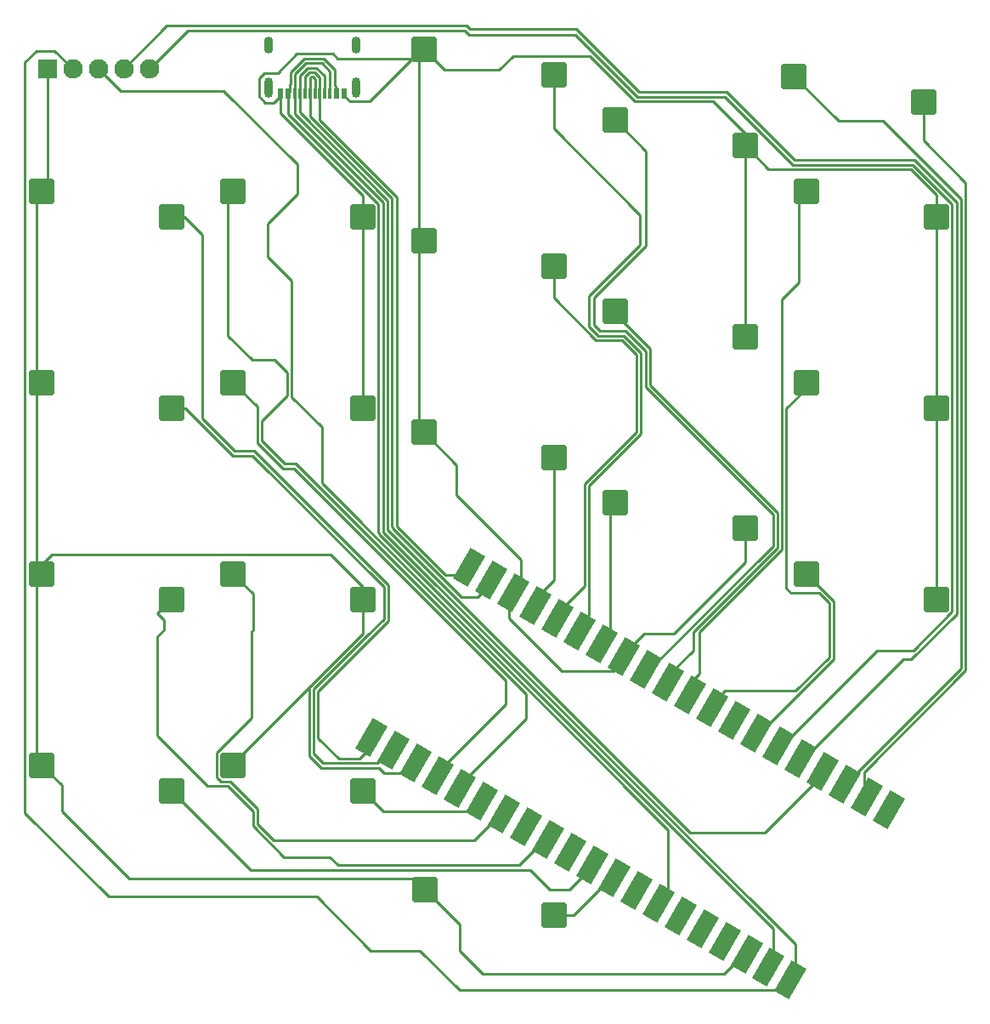
<source format=gbr>
%TF.GenerationSoftware,KiCad,Pcbnew,7.0.9-7.0.9~ubuntu22.04.1*%
%TF.CreationDate,2023-12-08T17:36:04+03:00*%
%TF.ProjectId,Keeb,4b656562-2e6b-4696-9361-645f70636258,rev?*%
%TF.SameCoordinates,Original*%
%TF.FileFunction,Copper,L1,Top*%
%TF.FilePolarity,Positive*%
%FSLAX46Y46*%
G04 Gerber Fmt 4.6, Leading zero omitted, Abs format (unit mm)*
G04 Created by KiCad (PCBNEW 7.0.9-7.0.9~ubuntu22.04.1) date 2023-12-08 17:36:04*
%MOMM*%
%LPD*%
G01*
G04 APERTURE LIST*
G04 Aperture macros list*
%AMRoundRect*
0 Rectangle with rounded corners*
0 $1 Rounding radius*
0 $2 $3 $4 $5 $6 $7 $8 $9 X,Y pos of 4 corners*
0 Add a 4 corners polygon primitive as box body*
4,1,4,$2,$3,$4,$5,$6,$7,$8,$9,$2,$3,0*
0 Add four circle primitives for the rounded corners*
1,1,$1+$1,$2,$3*
1,1,$1+$1,$4,$5*
1,1,$1+$1,$6,$7*
1,1,$1+$1,$8,$9*
0 Add four rect primitives between the rounded corners*
20,1,$1+$1,$2,$3,$4,$5,0*
20,1,$1+$1,$4,$5,$6,$7,0*
20,1,$1+$1,$6,$7,$8,$9,0*
20,1,$1+$1,$8,$9,$2,$3,0*%
%AMRotRect*
0 Rectangle, with rotation*
0 The origin of the aperture is its center*
0 $1 length*
0 $2 width*
0 $3 Rotation angle, in degrees counterclockwise*
0 Add horizontal line*
21,1,$1,$2,0,0,$3*%
G04 Aperture macros list end*
%TA.AperFunction,SMDPad,CuDef*%
%ADD10RotRect,3.500000X1.700000X240.000000*%
%TD*%
%TA.AperFunction,ComponentPad*%
%ADD11C,1.930400*%
%TD*%
%TA.AperFunction,ComponentPad*%
%ADD12R,1.930400X1.930400*%
%TD*%
%TA.AperFunction,SMDPad,CuDef*%
%ADD13R,0.600000X1.140000*%
%TD*%
%TA.AperFunction,SMDPad,CuDef*%
%ADD14R,0.300000X1.140000*%
%TD*%
%TA.AperFunction,ComponentPad*%
%ADD15O,0.900000X2.000000*%
%TD*%
%TA.AperFunction,ComponentPad*%
%ADD16O,0.900000X1.700000*%
%TD*%
%TA.AperFunction,SMDPad,CuDef*%
%ADD17RoundRect,0.250000X1.025000X1.000000X-1.025000X1.000000X-1.025000X-1.000000X1.025000X-1.000000X0*%
%TD*%
%TA.AperFunction,SMDPad,CuDef*%
%ADD18RoundRect,0.250000X-1.025000X-1.000000X1.025000X-1.000000X1.025000X1.000000X-1.025000X1.000000X0*%
%TD*%
%TA.AperFunction,Conductor*%
%ADD19C,0.250000*%
%TD*%
G04 APERTURE END LIST*
D10*
%TO.P,U1,1,GPIO0*%
%TO.N,0*%
X190714140Y-112121499D03*
%TO.P,U1,2,GPIO1*%
%TO.N,1*%
X188514435Y-110851499D03*
%TO.P,U1,3,GND*%
%TO.N,GND*%
X186314731Y-109581499D03*
%TO.P,U1,4,GPIO2*%
%TO.N,2*%
X184115026Y-108311499D03*
%TO.P,U1,5,GPIO3*%
%TO.N,3*%
X181915322Y-107041499D03*
%TO.P,U1,6,GPIO4*%
%TO.N,4*%
X179715617Y-105771499D03*
%TO.P,U1,7,GPIO5*%
%TO.N,5*%
X177515913Y-104501499D03*
%TO.P,U1,8,GND*%
%TO.N,unconnected-(U1-GND-Pad8)*%
X175316208Y-103231499D03*
%TO.P,U1,9,GPIO6*%
%TO.N,6*%
X173116504Y-101961499D03*
%TO.P,U1,10,GPIO7*%
%TO.N,7*%
X170916799Y-100691499D03*
%TO.P,U1,11,GPIO8*%
%TO.N,8*%
X168717095Y-99421499D03*
%TO.P,U1,12,GPIO9*%
%TO.N,9*%
X166517390Y-98151499D03*
%TO.P,U1,13,GND*%
%TO.N,GND*%
X164317686Y-96881499D03*
%TO.P,U1,14,GPIO10*%
%TO.N,10*%
X162117981Y-95611499D03*
%TO.P,U1,15,GPIO11*%
%TO.N,11*%
X159918277Y-94341499D03*
%TO.P,U1,16,GPIO12*%
%TO.N,12*%
X157718572Y-93071499D03*
%TO.P,U1,17,GPIO13*%
%TO.N,13*%
X155518868Y-91801499D03*
%TO.P,U1,18,GND*%
%TO.N,GND*%
X153319163Y-90531499D03*
%TO.P,U1,19,GPIO14*%
%TO.N,14*%
X151119459Y-89261499D03*
%TO.P,U1,20,GPIO15*%
%TO.N,15*%
X148919754Y-87991499D03*
%TO.P,U1,21,GPIO16*%
%TO.N,16*%
X139129754Y-104948277D03*
%TO.P,U1,22,GPIO17*%
%TO.N,17*%
X141329459Y-106218277D03*
%TO.P,U1,23,GND*%
%TO.N,GND*%
X143529163Y-107488277D03*
%TO.P,U1,24,GPIO18*%
%TO.N,18*%
X145728868Y-108758277D03*
%TO.P,U1,25,GPIO19*%
%TO.N,19*%
X147928572Y-110028277D03*
%TO.P,U1,26,GPIO20*%
%TO.N,20*%
X150128277Y-111298277D03*
%TO.P,U1,27,GPIO21*%
%TO.N,21*%
X152327981Y-112568277D03*
%TO.P,U1,28,GND*%
%TO.N,GND*%
X154527686Y-113838277D03*
%TO.P,U1,29,GPIO22*%
%TO.N,22*%
X156727390Y-115108277D03*
%TO.P,U1,30,RUN*%
%TO.N,unconnected-(U1-RUN-Pad30)*%
X158927095Y-116378277D03*
%TO.P,U1,31,GPIO26_ADC0*%
%TO.N,26*%
X161126799Y-117648277D03*
%TO.P,U1,32,GPIO27_ADC1*%
%TO.N,27*%
X163326504Y-118918277D03*
%TO.P,U1,33,AGND*%
%TO.N,unconnected-(U1-AGND-Pad33)*%
X165526208Y-120188277D03*
%TO.P,U1,34,GPIO28_ADC2*%
%TO.N,28*%
X167725913Y-121458277D03*
%TO.P,U1,35,ADC_VREF*%
%TO.N,unconnected-(U1-ADC_VREF-Pad35)*%
X169925617Y-122728277D03*
%TO.P,U1,36,3V3*%
%TO.N,unconnected-(U1-3V3-Pad36)*%
X172125322Y-123998277D03*
%TO.P,U1,37,3V3_EN*%
%TO.N,unconnected-(U1-3V3_EN-Pad37)*%
X174325026Y-125268277D03*
%TO.P,U1,38,GND*%
%TO.N,GND*%
X176524731Y-126538277D03*
%TO.P,U1,39,VSYS*%
%TO.N,VSYS*%
X178724435Y-127808277D03*
%TO.P,U1,40,VBUS*%
%TO.N,3v3*%
X180924140Y-129078277D03*
%TD*%
D11*
%TO.P,U2,CLK,CLK*%
%TO.N,4*%
X117030000Y-38372944D03*
%TO.P,U2,DT,DT*%
%TO.N,3*%
X114490000Y-38372944D03*
D12*
%TO.P,U2,GND,GND*%
%TO.N,GND*%
X106870000Y-38372944D03*
D11*
%TO.P,U2,SW,SW*%
%TO.N,28*%
X111950000Y-38372944D03*
%TO.P,U2,VCC,VCC*%
%TO.N,3v3*%
X109410000Y-38372944D03*
%TD*%
D13*
%TO.P,J1,A1_B12,GND*%
%TO.N,GND*%
X136465000Y-40790000D03*
%TO.P,J1,A4_B9,VBUS*%
%TO.N,VSYS*%
X135665000Y-40790000D03*
D14*
%TO.P,J1,A5,CC1*%
%TO.N,2*%
X134515000Y-40790000D03*
%TO.P,J1,A6,DP1*%
%TO.N,14*%
X133515000Y-40790000D03*
%TO.P,J1,A7,DN1*%
X133015000Y-40790000D03*
%TO.P,J1,A8,SBU1*%
%TO.N,2*%
X132015000Y-40790000D03*
D13*
%TO.P,J1,B1_A12,GND*%
%TO.N,GND*%
X130065000Y-40790000D03*
%TO.P,J1,B4_A9,VBUS*%
%TO.N,VSYS*%
X130865000Y-40790000D03*
D14*
%TO.P,J1,B5,CC2*%
%TO.N,3v3*%
X131515000Y-40790000D03*
%TO.P,J1,B6,DP2*%
%TO.N,15*%
X132515000Y-40790000D03*
%TO.P,J1,B7,DN2*%
X134015000Y-40790000D03*
%TO.P,J1,B8,SBU2*%
%TO.N,3v3*%
X135015000Y-40790000D03*
D15*
%TO.P,J1,S1,SHIELD*%
%TO.N,Net-(J1-SHIELD-PadS1)*%
X137590000Y-40210000D03*
%TO.P,J1,S2,SHIELD*%
X128940000Y-40210000D03*
D16*
%TO.P,J1,S3,SHIELD*%
X137590000Y-36040000D03*
%TO.P,J1,S4,SHIELD*%
X128940000Y-36040000D03*
%TD*%
D17*
%TO.P,SW3,1*%
%TO.N,GND*%
X195410000Y-53077944D03*
%TO.P,SW3,2*%
%TO.N,7*%
X182483000Y-50537944D03*
%TD*%
%TO.P,SW4,1*%
%TO.N,GND*%
X195410000Y-72127944D03*
%TO.P,SW4,2*%
%TO.N,6*%
X182483000Y-69587944D03*
%TD*%
%TO.P,SW5,1*%
%TO.N,GND*%
X195410000Y-91177944D03*
%TO.P,SW5,2*%
%TO.N,5*%
X182483000Y-88637944D03*
%TD*%
%TO.P,SW6,1*%
%TO.N,GND*%
X176360000Y-46027944D03*
%TO.P,SW6,2*%
%TO.N,9*%
X163433000Y-43487944D03*
%TD*%
%TO.P,SW7,1*%
%TO.N,GND*%
X176360000Y-65077944D03*
%TO.P,SW7,2*%
%TO.N,8*%
X163433000Y-62537944D03*
%TD*%
%TO.P,SW8,1*%
%TO.N,GND*%
X176360000Y-84127944D03*
%TO.P,SW8,2*%
%TO.N,10*%
X163433000Y-81587944D03*
%TD*%
%TO.P,SW9,1*%
%TO.N,11*%
X157310000Y-38977944D03*
%TO.P,SW9,2*%
%TO.N,GND*%
X144383000Y-36437944D03*
%TD*%
%TO.P,SW10,1*%
%TO.N,12*%
X157310000Y-58027944D03*
%TO.P,SW10,2*%
%TO.N,GND*%
X144383000Y-55487944D03*
%TD*%
%TO.P,SW11,1*%
%TO.N,13*%
X157310000Y-77077944D03*
%TO.P,SW11,2*%
%TO.N,GND*%
X144383000Y-74537944D03*
%TD*%
%TO.P,SW13,1*%
%TO.N,GND*%
X138260000Y-53077944D03*
%TO.P,SW13,2*%
%TO.N,19*%
X125333000Y-50537944D03*
%TD*%
%TO.P,SW14,1*%
%TO.N,GND*%
X138260000Y-72127944D03*
%TO.P,SW14,2*%
%TO.N,18*%
X125333000Y-69587944D03*
%TD*%
%TO.P,SW15,1*%
%TO.N,GND*%
X138260000Y-91177944D03*
%TO.P,SW15,2*%
%TO.N,21*%
X125333000Y-88637944D03*
%TD*%
%TO.P,SW16,1*%
%TO.N,20*%
X138260000Y-110227944D03*
%TO.P,SW16,2*%
%TO.N,GND*%
X125333000Y-107687944D03*
%TD*%
%TO.P,SW17,1*%
%TO.N,16*%
X119210000Y-53077944D03*
%TO.P,SW17,2*%
%TO.N,GND*%
X106283000Y-50537944D03*
%TD*%
%TO.P,SW18,1*%
%TO.N,17*%
X119210000Y-72127944D03*
%TO.P,SW18,2*%
%TO.N,GND*%
X106283000Y-69587944D03*
%TD*%
%TO.P,SW19,1*%
%TO.N,22*%
X119210000Y-91177944D03*
%TO.P,SW19,2*%
%TO.N,GND*%
X106283000Y-88637944D03*
%TD*%
%TO.P,SW20,1*%
%TO.N,26*%
X119210000Y-110227944D03*
%TO.P,SW20,2*%
%TO.N,GND*%
X106283000Y-107687944D03*
%TD*%
D18*
%TO.P,SW2,1*%
%TO.N,GND*%
X181240000Y-39107944D03*
%TO.P,SW2,2*%
%TO.N,1*%
X194167000Y-41647944D03*
%TD*%
D17*
%TO.P,SW1,1*%
%TO.N,27*%
X157385000Y-122632944D03*
%TO.P,SW1,2*%
%TO.N,GND*%
X144458000Y-120092944D03*
%TD*%
D19*
%TO.N,9*%
X179150000Y-82759340D02*
X179150000Y-85848312D01*
X166490000Y-46544944D02*
X166490000Y-55982944D01*
X166450000Y-66449340D02*
X166450000Y-70059340D01*
X161310000Y-61162944D02*
X161310000Y-63872944D01*
X164473604Y-64472944D02*
X166450000Y-66449340D01*
X161310000Y-63872944D02*
X161910000Y-64472944D01*
X179150000Y-85848312D02*
X166067390Y-98930922D01*
X163433000Y-43487944D02*
X166490000Y-46544944D01*
X166450000Y-70059340D02*
X179150000Y-82759340D01*
X166490000Y-55982944D02*
X161310000Y-61162944D01*
X161910000Y-64472944D02*
X164473604Y-64472944D01*
%TO.N,10*%
X162945000Y-95113903D02*
X161667981Y-96390922D01*
X163433000Y-81587944D02*
X162945000Y-82075944D01*
X162945000Y-82075944D02*
X162945000Y-95113903D01*
%TO.N,11*%
X157310000Y-44322944D02*
X165910000Y-52922944D01*
X165910000Y-52922944D02*
X165910000Y-55926548D01*
X165910000Y-55926548D02*
X160860000Y-60976548D01*
X159468277Y-94134667D02*
X159468277Y-95120922D01*
X165990000Y-66625736D02*
X165990000Y-74722944D01*
X161723604Y-64922944D02*
X164287208Y-64922944D01*
X160850000Y-79862944D02*
X160850000Y-92752944D01*
X164287208Y-64922944D02*
X165990000Y-66625736D01*
X165990000Y-74722944D02*
X160850000Y-79862944D01*
X160850000Y-92752944D02*
X159468277Y-94134667D01*
X160860000Y-64059340D02*
X161723604Y-64922944D01*
X157310000Y-38977944D02*
X157310000Y-44322944D01*
X160860000Y-60976548D02*
X160860000Y-64059340D01*
%TO.N,13*%
X157310000Y-77077944D02*
X157310000Y-89272944D01*
X157310000Y-89272944D02*
X155068868Y-91514076D01*
X155068868Y-91514076D02*
X155068868Y-92580922D01*
%TO.N,16*%
X140840000Y-89786548D02*
X140840000Y-93305736D01*
X139579754Y-105453190D02*
X139579754Y-104168854D01*
X122270000Y-54862944D02*
X122270000Y-73142944D01*
X120485000Y-53077944D02*
X122270000Y-54862944D01*
X137990000Y-107042944D02*
X139579754Y-105453190D01*
X119210000Y-53077944D02*
X120485000Y-53077944D01*
X122270000Y-73142944D02*
X125530000Y-76402944D01*
X133840000Y-104975836D02*
X135907108Y-107042944D01*
X127456396Y-76402944D02*
X140840000Y-89786548D01*
X125530000Y-76402944D02*
X127456396Y-76402944D01*
X140840000Y-93305736D02*
X133840000Y-100305736D01*
X135907108Y-107042944D02*
X137990000Y-107042944D01*
X133840000Y-100305736D02*
X133840000Y-104975836D01*
%TO.N,17*%
X140390000Y-93112944D02*
X138710000Y-94792944D01*
X133390000Y-100119340D02*
X133390000Y-106553604D01*
X140390000Y-89972944D02*
X140390000Y-93112944D01*
X127270000Y-76852944D02*
X140390000Y-89972944D01*
X120618604Y-72127944D02*
X125343604Y-76852944D01*
X139725369Y-107492944D02*
X141779459Y-105438854D01*
X133390000Y-106553604D02*
X134329340Y-107492944D01*
X125343604Y-76852944D02*
X127270000Y-76852944D01*
X138710000Y-94799340D02*
X133390000Y-100119340D01*
X119210000Y-72127944D02*
X120618604Y-72127944D01*
X134329340Y-107492944D02*
X139725369Y-107492944D01*
X138710000Y-94792944D02*
X138710000Y-94799340D01*
%TO.N,18*%
X127770000Y-72024944D02*
X125333000Y-69587944D01*
X146178868Y-107978854D02*
X152550000Y-101607722D01*
X130323604Y-78142944D02*
X127770000Y-75589340D01*
X152550000Y-99237803D02*
X131455141Y-78142944D01*
X127770000Y-75589340D02*
X127770000Y-72024944D01*
X131455141Y-78142944D02*
X130323604Y-78142944D01*
X152550000Y-101607722D02*
X152550000Y-99237803D01*
%TO.N,19*%
X130740000Y-68612944D02*
X130740000Y-70890000D01*
X124845000Y-51025944D02*
X124845000Y-64937944D01*
X131641537Y-77692944D02*
X154540000Y-100591407D01*
X125333000Y-50537944D02*
X124845000Y-51025944D01*
X124845000Y-64937944D02*
X127270000Y-67362944D01*
X129490000Y-67362944D02*
X130740000Y-68612944D01*
X128220000Y-75402944D02*
X130510000Y-77692944D01*
X154540000Y-100591407D02*
X154540000Y-103087426D01*
X154540000Y-103087426D02*
X148378572Y-109248854D01*
X130740000Y-70890000D02*
X128220000Y-73410000D01*
X127270000Y-67362944D02*
X129490000Y-67362944D01*
X130510000Y-77692944D02*
X131641537Y-77692944D01*
X128220000Y-73410000D02*
X128220000Y-75402944D01*
%TO.N,20*%
X148803310Y-112293821D02*
X150578277Y-110518854D01*
X138260000Y-110227944D02*
X140325877Y-112293821D01*
X140325877Y-112293821D02*
X148803310Y-112293821D01*
%TO.N,27*%
X159282414Y-122632944D02*
X163776504Y-118138854D01*
X157385000Y-122632944D02*
X159282414Y-122632944D01*
%TO.N,28*%
X134197994Y-74027944D02*
X131190000Y-71019950D01*
X134197994Y-79613005D02*
X134197994Y-74027944D01*
X114170000Y-40592944D02*
X111950000Y-38372944D01*
X168175913Y-120678854D02*
X168710000Y-120144767D01*
X168710000Y-114125011D02*
X134197994Y-79613005D01*
X131740000Y-50832944D02*
X131740000Y-47892944D01*
X131740000Y-47892944D02*
X124440000Y-40592944D01*
X131190000Y-71019950D02*
X131190000Y-59432944D01*
X128800000Y-57042944D02*
X128800000Y-53772944D01*
X124440000Y-40592944D02*
X114170000Y-40592944D01*
X168710000Y-120144767D02*
X168710000Y-114125011D01*
X131190000Y-59432944D02*
X128800000Y-57042944D01*
X128800000Y-53772944D02*
X131740000Y-50832944D01*
%TO.N,21*%
X127220000Y-94360711D02*
X127220000Y-102955844D01*
X125333000Y-88637944D02*
X127345000Y-90649944D01*
X127345000Y-90649944D02*
X127345000Y-94235711D01*
X123733000Y-108933044D02*
X124127900Y-109327944D01*
X125059163Y-109327944D02*
X127795000Y-112063781D01*
X149373891Y-115192944D02*
X152777981Y-111788854D01*
X123733000Y-106442844D02*
X123733000Y-108933044D01*
X127795000Y-112063781D02*
X127795000Y-113555152D01*
X127795000Y-113555152D02*
X129432792Y-115192944D01*
X127345000Y-94235711D02*
X127220000Y-94360711D01*
X129432792Y-115192944D02*
X149373891Y-115192944D01*
X124127900Y-109327944D02*
X125059163Y-109327944D01*
X127220000Y-102955844D02*
X123733000Y-106442844D01*
%TO.N,22*%
X122831396Y-109777944D02*
X117820000Y-104766548D01*
X118455000Y-94235711D02*
X118455000Y-93200177D01*
X117821384Y-92566560D02*
X119210000Y-91177944D01*
X130436396Y-116832944D02*
X127345000Y-113741548D01*
X153883300Y-117622944D02*
X135816396Y-117622944D01*
X135816396Y-117622944D02*
X135026396Y-116832944D01*
X127345000Y-112250177D02*
X124872767Y-109777944D01*
X118455000Y-93200177D02*
X117821384Y-92566560D01*
X124872767Y-109777944D02*
X122831396Y-109777944D01*
X135026396Y-116832944D02*
X130436396Y-116832944D01*
X117820000Y-104766548D02*
X117820000Y-94870711D01*
X127345000Y-113741548D02*
X127345000Y-112250177D01*
X157177390Y-114328854D02*
X153883300Y-117622944D01*
X117820000Y-94870711D02*
X118455000Y-94235711D01*
%TO.N,26*%
X161576799Y-117366145D02*
X161576799Y-116868854D01*
X119210000Y-110227944D02*
X127085000Y-118102944D01*
X158900000Y-120042944D02*
X161576799Y-117366145D01*
X155010000Y-118102944D02*
X156950000Y-120042944D01*
X156950000Y-120042944D02*
X158900000Y-120042944D01*
X127085000Y-118102944D02*
X155010000Y-118102944D01*
%TO.N,GND*%
X144383000Y-55487944D02*
X143895000Y-55975944D01*
X151882994Y-38442944D02*
X146388000Y-38442944D01*
X107285000Y-86737944D02*
X106283000Y-87739944D01*
X144383000Y-74537944D02*
X147640000Y-77794944D01*
X178695000Y-48362944D02*
X176360000Y-46027944D01*
X150251243Y-128482944D02*
X174250641Y-128482944D01*
X143895000Y-36925944D02*
X144383000Y-36437944D01*
X173175000Y-41592944D02*
X167527006Y-41592944D01*
X147925000Y-126156701D02*
X150251243Y-128482944D01*
X139000000Y-41610000D02*
X144172056Y-36437944D01*
X195410000Y-53077944D02*
X195410000Y-50872944D01*
X140433717Y-108483821D02*
X142204196Y-108483821D01*
X130065000Y-40790000D02*
X130065000Y-41060000D01*
X127930000Y-39310000D02*
X128470000Y-38770000D01*
X167527006Y-41592944D02*
X167522006Y-41587944D01*
X106860000Y-49960944D02*
X106283000Y-50537944D01*
X138260000Y-53077944D02*
X138260000Y-72127944D01*
X197910000Y-98060792D02*
X185864731Y-110106061D01*
X136465000Y-40790000D02*
X136465000Y-41060000D01*
X106283000Y-107687944D02*
X105795000Y-107199944D01*
X138260000Y-89902944D02*
X135095000Y-86737944D01*
X185864731Y-110106061D02*
X185864731Y-110360922D01*
X158120221Y-98283165D02*
X163245443Y-98283165D01*
X135782944Y-37332944D02*
X143488000Y-37332944D01*
X139922840Y-107972944D02*
X140433717Y-108483821D01*
X138260000Y-94612944D02*
X132940000Y-99932944D01*
X147925000Y-123559944D02*
X147925000Y-126156701D01*
X176360000Y-87502944D02*
X169280000Y-94582944D01*
X143488000Y-37332944D02*
X144383000Y-36437944D01*
X135320000Y-36870000D02*
X135782944Y-37332944D01*
X105795000Y-70075944D02*
X105795000Y-88149944D01*
X134172944Y-107972944D02*
X139922840Y-107972944D01*
X176360000Y-44777944D02*
X173175000Y-41592944D01*
X106283000Y-69587944D02*
X105795000Y-70075944D01*
X195410000Y-91177944D02*
X195410000Y-72127944D01*
X147640000Y-80822944D02*
X154060000Y-87242944D01*
X115011243Y-119012944D02*
X108295000Y-112296701D01*
X160922208Y-37077944D02*
X153247994Y-37077944D01*
X165942994Y-41592944D02*
X165487208Y-41592944D01*
X105795000Y-89125944D02*
X106283000Y-88637944D01*
X129365000Y-41760000D02*
X128597056Y-41760000D01*
X176360000Y-46027944D02*
X176360000Y-65077944D01*
X143378000Y-119012944D02*
X115011243Y-119012944D01*
X128597056Y-41760000D02*
X127930000Y-41092944D01*
X144458000Y-120092944D02*
X143378000Y-119012944D01*
X197910000Y-51304110D02*
X197910000Y-98060792D01*
X192900000Y-48362944D02*
X178695000Y-48362944D01*
X132940000Y-99932944D02*
X132940000Y-106740000D01*
X142204196Y-108483821D02*
X143979163Y-106708854D01*
X181240000Y-39107944D02*
X185680000Y-43547944D01*
X105795000Y-51025944D02*
X105795000Y-69099944D01*
X176360000Y-46027944D02*
X176360000Y-44777944D01*
X165947994Y-41587944D02*
X165942994Y-41592944D01*
X130065000Y-42757944D02*
X130065000Y-40790000D01*
X106283000Y-87739944D02*
X106283000Y-88637944D01*
X131730000Y-36870000D02*
X135320000Y-36870000D01*
X144383000Y-55487944D02*
X143895000Y-54999944D01*
X152869163Y-93032107D02*
X158120221Y-98283165D01*
X136465000Y-41060000D02*
X137015000Y-41610000D01*
X105795000Y-107199944D02*
X105795000Y-89125944D01*
X105795000Y-69099944D02*
X106283000Y-69587944D01*
X190153834Y-43547944D02*
X197910000Y-51304110D01*
X125333000Y-107687944D02*
X125333000Y-107539944D01*
X154060000Y-90120085D02*
X152869163Y-91310922D01*
X167522006Y-41587944D02*
X165947994Y-41587944D01*
X185680000Y-43547944D02*
X190153834Y-43547944D01*
X153247994Y-37077944D02*
X151882994Y-38442944D01*
X143895000Y-55975944D02*
X143895000Y-74049944D01*
X144172056Y-36437944D02*
X144383000Y-36437944D01*
X169280000Y-94582944D02*
X166300000Y-94582944D01*
X125333000Y-107539944D02*
X132940000Y-99932944D01*
X127930000Y-41092944D02*
X127930000Y-39310000D01*
X176360000Y-84127944D02*
X176360000Y-87502944D01*
X147640000Y-77794944D02*
X147640000Y-80822944D01*
X108295000Y-112296701D02*
X108295000Y-109699944D01*
X143895000Y-74049944D02*
X144383000Y-74537944D01*
X128470000Y-38770000D02*
X129830000Y-38770000D01*
X166300000Y-94582944D02*
X163867686Y-97015258D01*
X165432208Y-41587944D02*
X160922208Y-37077944D01*
X106283000Y-50537944D02*
X105795000Y-51025944D01*
X146388000Y-38442944D02*
X144383000Y-36437944D01*
X138260000Y-91177944D02*
X138260000Y-89902944D01*
X174250641Y-128482944D02*
X176974731Y-125758854D01*
X137015000Y-41610000D02*
X139000000Y-41610000D01*
X138260000Y-53077944D02*
X138260000Y-50952944D01*
X132940000Y-106740000D02*
X134172944Y-107972944D01*
X152869163Y-91310922D02*
X152869163Y-93032107D01*
X165482208Y-41587944D02*
X165432208Y-41587944D01*
X138260000Y-91177944D02*
X138260000Y-94612944D01*
X106870000Y-38372944D02*
X106860000Y-38382944D01*
X165487208Y-41592944D02*
X165482208Y-41587944D01*
X163245443Y-98283165D02*
X163867686Y-97660922D01*
X154060000Y-87242944D02*
X154060000Y-90120085D01*
X195410000Y-50872944D02*
X192900000Y-48362944D01*
X108295000Y-109699944D02*
X106283000Y-107687944D01*
X163867686Y-97015258D02*
X163867686Y-97660922D01*
X143895000Y-54999944D02*
X143895000Y-36925944D01*
X144458000Y-120092944D02*
X147925000Y-123559944D01*
X130065000Y-41060000D02*
X129365000Y-41760000D01*
X105795000Y-88149944D02*
X106283000Y-88637944D01*
X129830000Y-38770000D02*
X131730000Y-36870000D01*
X195410000Y-72127944D02*
X195410000Y-53077944D01*
X106860000Y-38382944D02*
X106860000Y-49960944D01*
X138260000Y-50952944D02*
X130065000Y-42757944D01*
X135095000Y-86737944D02*
X107285000Y-86737944D01*
%TO.N,3v3*%
X140310000Y-51646448D02*
X131515000Y-42851448D01*
X140340000Y-84482219D02*
X140340000Y-84327360D01*
X105755000Y-36567944D02*
X104620000Y-37702944D01*
X131515000Y-42851448D02*
X131515000Y-40790000D01*
X140340000Y-84327360D02*
X140310000Y-84297360D01*
X135015000Y-38605812D02*
X135015000Y-40790000D01*
X133720000Y-120762944D02*
X139090000Y-126132944D01*
X109410000Y-38372944D02*
X107605000Y-36567944D01*
X131540000Y-38870812D02*
X132610812Y-37800000D01*
X104620000Y-112412944D02*
X112970000Y-120762944D01*
X131515000Y-40790000D02*
X131540000Y-40765000D01*
X112970000Y-120762944D02*
X133720000Y-120762944D01*
X139090000Y-126132944D02*
X143990000Y-126132944D01*
X140310000Y-84297360D02*
X140310000Y-51646448D01*
X143990000Y-126132944D02*
X147930877Y-130073821D01*
X181374140Y-125516359D02*
X140340000Y-84482219D01*
X181374140Y-128298854D02*
X181374140Y-125516359D01*
X104620000Y-37702944D02*
X104620000Y-112412944D01*
X132610812Y-37800000D02*
X134209188Y-37800000D01*
X134209188Y-37800000D02*
X135015000Y-38605812D01*
X107605000Y-36567944D02*
X105755000Y-36567944D01*
X131540000Y-40765000D02*
X131540000Y-38870812D01*
X147930877Y-130073821D02*
X179599173Y-130073821D01*
X179599173Y-130073821D02*
X181374140Y-128298854D01*
%TO.N,1*%
X188064435Y-111630922D02*
X188250853Y-111444504D01*
X188250853Y-108356335D02*
X198360000Y-98247188D01*
X198360000Y-98247188D02*
X198360000Y-49677944D01*
X188250853Y-111444504D02*
X188250853Y-108356335D01*
X198360000Y-49677944D02*
X194167000Y-45484944D01*
X194167000Y-45484944D02*
X194167000Y-41647944D01*
%TO.N,3*%
X114490000Y-38372944D02*
X118775000Y-34087944D01*
X197460000Y-92609440D02*
X192926496Y-97142944D01*
X174530000Y-40692944D02*
X181300000Y-47462944D01*
X167894798Y-40687944D02*
X167899798Y-40692944D01*
X165855000Y-40687944D02*
X167894798Y-40687944D01*
X167899798Y-40692944D02*
X174530000Y-40692944D01*
X193276496Y-47462944D02*
X197460000Y-51646448D01*
X192926496Y-97142944D02*
X192143300Y-97142944D01*
X181300000Y-47462944D02*
X193276496Y-47462944D01*
X197460000Y-51646448D02*
X197460000Y-92609440D01*
X192143300Y-97142944D02*
X181465322Y-107820922D01*
X148658402Y-34087944D02*
X148933402Y-34362944D01*
X148933402Y-34362944D02*
X159530000Y-34362944D01*
X159530000Y-34362944D02*
X165855000Y-40687944D01*
X118775000Y-34087944D02*
X148658402Y-34087944D01*
%TO.N,4*%
X181113604Y-47912944D02*
X174343604Y-41142944D01*
X167713402Y-41142944D02*
X167708402Y-41137944D01*
X193122431Y-96310613D02*
X197010000Y-92423044D01*
X197010000Y-92423044D02*
X197010000Y-51832844D01*
X189505926Y-96310613D02*
X193122431Y-96310613D01*
X165618604Y-41137944D02*
X159463604Y-34982944D01*
X148917006Y-34982944D02*
X148472006Y-34537944D01*
X159463604Y-34982944D02*
X148917006Y-34982944D01*
X193090100Y-47912944D02*
X181113604Y-47912944D01*
X120865000Y-34537944D02*
X117030000Y-38372944D01*
X174343604Y-41142944D02*
X167713402Y-41142944D01*
X179265617Y-106550922D02*
X189505926Y-96310613D01*
X167708402Y-41137944D02*
X165618604Y-41137944D01*
X148472006Y-34537944D02*
X120865000Y-34537944D01*
X197010000Y-51832844D02*
X193090100Y-47912944D01*
%TO.N,6*%
X181407495Y-100302944D02*
X174400000Y-100302944D01*
X172666504Y-102036440D02*
X172666504Y-102740922D01*
X182483000Y-70209944D02*
X180500000Y-72192944D01*
X180500000Y-90062944D02*
X180970000Y-90532944D01*
X184760000Y-96950439D02*
X181407495Y-100302944D01*
X180970000Y-90532944D02*
X183741604Y-90532944D01*
X180500000Y-72192944D02*
X180500000Y-90062944D01*
X184760000Y-91551340D02*
X184760000Y-96950439D01*
X183741604Y-90532944D02*
X184760000Y-91551340D01*
X182483000Y-69587944D02*
X182483000Y-70209944D01*
X174400000Y-100302944D02*
X172666504Y-102036440D01*
%TO.N,7*%
X170466799Y-99933081D02*
X170466799Y-101470922D01*
X180050000Y-61352944D02*
X180050000Y-86221104D01*
X171860000Y-98539880D02*
X170466799Y-99933081D01*
X181740000Y-59662944D02*
X180050000Y-61352944D01*
X181740000Y-51280944D02*
X181740000Y-59662944D01*
X180050000Y-86221104D02*
X171860000Y-94411104D01*
X171860000Y-94411104D02*
X171860000Y-98539880D01*
X182483000Y-50537944D02*
X181740000Y-51280944D01*
%TO.N,8*%
X166900000Y-69872944D02*
X179600000Y-82572944D01*
X163433000Y-62537944D02*
X163433000Y-62795944D01*
X163433000Y-62795944D02*
X166900000Y-66262944D01*
X179600000Y-86034708D02*
X171200000Y-94434708D01*
X171200000Y-94434708D02*
X171200000Y-96252944D01*
X179600000Y-82572944D02*
X179600000Y-86034708D01*
X171200000Y-96252944D02*
X168267095Y-99185849D01*
X168267095Y-99185849D02*
X168267095Y-100200922D01*
X166900000Y-66262944D02*
X166900000Y-69872944D01*
%TO.N,2*%
X132015000Y-39032208D02*
X132797208Y-38250000D01*
X140760000Y-84110964D02*
X140760000Y-51460052D01*
X132015000Y-42715052D02*
X132015000Y-40790000D01*
X133682792Y-38250000D02*
X134515000Y-39082208D01*
X178383004Y-114372944D02*
X170867121Y-114372944D01*
X132797208Y-38250000D02*
X133682792Y-38250000D01*
X140790000Y-84295823D02*
X140790000Y-84140964D01*
X134515000Y-39082208D02*
X134515000Y-40790000D01*
X140790000Y-84140964D02*
X140760000Y-84110964D01*
X183665026Y-109090922D02*
X178383004Y-114372944D01*
X170867121Y-114372944D02*
X140790000Y-84295823D01*
X140760000Y-51460052D02*
X132015000Y-42715052D01*
X132015000Y-40790000D02*
X132015000Y-39032208D01*
%TO.N,15*%
X132515000Y-39168604D02*
X132983604Y-38700000D01*
X146537891Y-88770922D02*
X148469754Y-88770922D01*
X134015000Y-39218604D02*
X134015000Y-40790000D01*
X141690000Y-83923031D02*
X146537891Y-88770922D01*
X141690000Y-51117260D02*
X141690000Y-83923031D01*
X134015000Y-43442260D02*
X141690000Y-51117260D01*
X132515000Y-40790000D02*
X132515000Y-39168604D01*
X132983604Y-38700000D02*
X133496396Y-38700000D01*
X133496396Y-38700000D02*
X134015000Y-39218604D01*
X134015000Y-40790000D02*
X134015000Y-43442260D01*
%TO.N,14*%
X141240000Y-84109427D02*
X148113517Y-90982944D01*
X133015000Y-40790000D02*
X133015000Y-43078656D01*
X133515000Y-39355000D02*
X133515000Y-40790000D01*
X148113517Y-90982944D02*
X149727437Y-90982944D01*
X149727437Y-90982944D02*
X150669459Y-90040922D01*
X133310000Y-39150000D02*
X133515000Y-39355000D01*
X141210000Y-83924568D02*
X141240000Y-83954568D01*
X133015000Y-40790000D02*
X133015000Y-39305000D01*
X133015000Y-43078656D02*
X141210000Y-51273656D01*
X133170000Y-39150000D02*
X133310000Y-39150000D01*
X141240000Y-83954568D02*
X141240000Y-84109427D01*
X133015000Y-39305000D02*
X133170000Y-39150000D01*
X141210000Y-51273656D02*
X141210000Y-83924568D01*
%TO.N,12*%
X157310000Y-58027944D02*
X157310000Y-61145736D01*
X164100812Y-65372944D02*
X165540000Y-66812132D01*
X157268572Y-92994372D02*
X157268572Y-93850922D01*
X160400000Y-79676548D02*
X160400000Y-89862944D01*
X165540000Y-66812132D02*
X165540000Y-74536548D01*
X161537208Y-65372944D02*
X164100812Y-65372944D01*
X165540000Y-74536548D02*
X160400000Y-79676548D01*
X160400000Y-89862944D02*
X157268572Y-92994372D01*
X157310000Y-61145736D02*
X161537208Y-65372944D01*
%TO.N,VSYS*%
X130865000Y-42837844D02*
X130865000Y-40790000D01*
X135465000Y-38419416D02*
X135465000Y-40028604D01*
X179174435Y-123953050D02*
X139890000Y-84668615D01*
X131040000Y-40615000D02*
X131040000Y-39913604D01*
X131090000Y-38684416D02*
X132424416Y-37350000D01*
X130865000Y-40790000D02*
X131040000Y-40615000D01*
X135665000Y-40228604D02*
X135665000Y-40790000D01*
X139890000Y-84668615D02*
X139890000Y-84513756D01*
X139860000Y-51832844D02*
X130865000Y-42837844D01*
X131040000Y-39913604D02*
X131090000Y-39863604D01*
X179174435Y-127028854D02*
X179174435Y-123953050D01*
X131090000Y-39863604D02*
X131090000Y-38684416D01*
X134395584Y-37350000D02*
X135465000Y-38419416D01*
X135465000Y-40028604D02*
X135665000Y-40228604D01*
X139890000Y-84513756D02*
X139860000Y-84483756D01*
X132424416Y-37350000D02*
X134395584Y-37350000D01*
X139860000Y-84483756D02*
X139860000Y-51832844D01*
%TO.N,5*%
X185210000Y-97136835D02*
X177065913Y-105280922D01*
X185210000Y-91364944D02*
X185210000Y-97136835D01*
X182483000Y-88637944D02*
X185210000Y-91364944D01*
%TD*%
M02*

</source>
